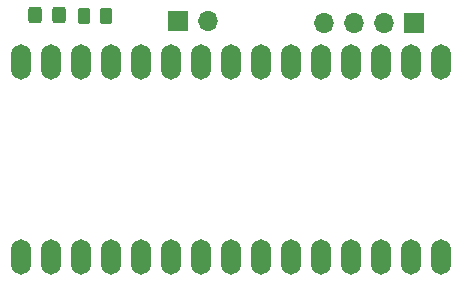
<source format=gbr>
%TF.GenerationSoftware,KiCad,Pcbnew,(6.0.0)*%
%TF.CreationDate,2022-03-17T14:09:45-06:00*%
%TF.ProjectId,sensor-board,73656e73-6f72-42d6-926f-6172642e6b69,rev?*%
%TF.SameCoordinates,Original*%
%TF.FileFunction,Soldermask,Top*%
%TF.FilePolarity,Negative*%
%FSLAX46Y46*%
G04 Gerber Fmt 4.6, Leading zero omitted, Abs format (unit mm)*
G04 Created by KiCad (PCBNEW (6.0.0)) date 2022-03-17 14:09:45*
%MOMM*%
%LPD*%
G01*
G04 APERTURE LIST*
G04 Aperture macros list*
%AMRoundRect*
0 Rectangle with rounded corners*
0 $1 Rounding radius*
0 $2 $3 $4 $5 $6 $7 $8 $9 X,Y pos of 4 corners*
0 Add a 4 corners polygon primitive as box body*
4,1,4,$2,$3,$4,$5,$6,$7,$8,$9,$2,$3,0*
0 Add four circle primitives for the rounded corners*
1,1,$1+$1,$2,$3*
1,1,$1+$1,$4,$5*
1,1,$1+$1,$6,$7*
1,1,$1+$1,$8,$9*
0 Add four rect primitives between the rounded corners*
20,1,$1+$1,$2,$3,$4,$5,0*
20,1,$1+$1,$4,$5,$6,$7,0*
20,1,$1+$1,$6,$7,$8,$9,0*
20,1,$1+$1,$8,$9,$2,$3,0*%
G04 Aperture macros list end*
%ADD10RoundRect,0.250000X0.262500X0.450000X-0.262500X0.450000X-0.262500X-0.450000X0.262500X-0.450000X0*%
%ADD11O,1.700000X3.000000*%
%ADD12RoundRect,0.250000X0.325000X0.450000X-0.325000X0.450000X-0.325000X-0.450000X0.325000X-0.450000X0*%
%ADD13R,1.700000X1.700000*%
%ADD14O,1.700000X1.700000*%
G04 APERTURE END LIST*
D10*
%TO.C,R2*%
X131415000Y-57395000D03*
X129590000Y-57395000D03*
%TD*%
D11*
%TO.C,U2*%
X124220000Y-77755000D03*
X126760000Y-77755000D03*
X129300000Y-77755000D03*
X131840000Y-77755000D03*
X134380000Y-77755000D03*
X136920000Y-77755000D03*
X139460000Y-77755000D03*
X142000000Y-77755000D03*
X144540000Y-77755000D03*
X147080000Y-77755000D03*
X149620000Y-77755000D03*
X152160000Y-77755000D03*
X154700000Y-77755000D03*
X157240000Y-77755000D03*
X159780000Y-77755000D03*
X159780000Y-61245000D03*
X157240000Y-61245000D03*
X154700000Y-61245000D03*
X152160000Y-61245000D03*
X149620000Y-61245000D03*
X147080000Y-61245000D03*
X144540000Y-61245000D03*
X142000000Y-61245000D03*
X139460000Y-61245000D03*
X136920000Y-61245000D03*
X134380000Y-61245000D03*
X131840000Y-61245000D03*
X129300000Y-61245000D03*
X126760000Y-61245000D03*
X124220000Y-61245000D03*
%TD*%
D12*
%TO.C,D1*%
X127440000Y-57320000D03*
X125390000Y-57320000D03*
%TD*%
D13*
%TO.C,J2*%
X157525000Y-57950000D03*
D14*
X154985000Y-57950000D03*
X152445000Y-57950000D03*
X149905000Y-57950000D03*
%TD*%
D13*
%TO.C,J1*%
X137515000Y-57790000D03*
D14*
X140055000Y-57790000D03*
%TD*%
M02*

</source>
